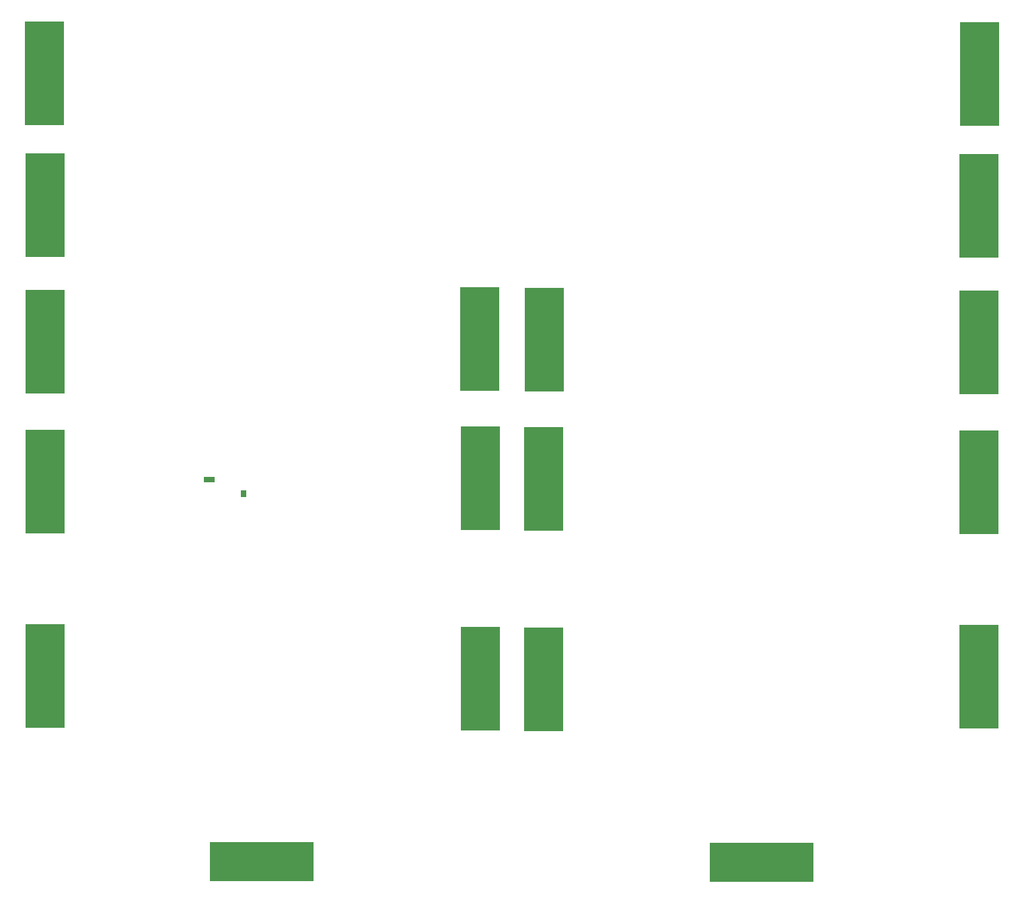
<source format=gbr>
G04 ===== Begin FILE IDENTIFICATION =====*
G04 File Format:  Gerber RS274X*
G04 ===== End FILE IDENTIFICATION =====*
%FSDAX34Y34*%
%MOMM*%
%SFA1.0000B1.0000*%
%OFA0.0B0.0*%
%ADD14R,5.000000X13.000000*%
%ADD15R,13.000000X5.000000*%
%ADD16R,1.352700X0.635000*%
%ADD17R,0.635000X0.942500*%
%LNsolder_mask*%
%IPPOS*%
%LPD*%
G75*
D14*
X0323470Y0209764D03*
Y0381764D03*
X0324470Y0547764D03*
X-0851610Y0382690D03*
Y-0210310D03*
X-0303610Y0038690D03*
X-0851610Y0210690D03*
X-0304610Y0213690D03*
X-0852610Y0548690D03*
X-0303610Y-0213310D03*
D15*
X-0578610Y-0444310D03*
D14*
X-0223530Y0212764D03*
X-0224530Y0037764D03*
Y-0214236D03*
D15*
X0050470Y-0445236D03*
D14*
X0323470Y-0211236D03*
Y0033764D03*
X-0851610Y0034690D03*
D16*
X-0644976Y0036865D03*
D17*
X-0601860Y0019063D03*
M02*


</source>
